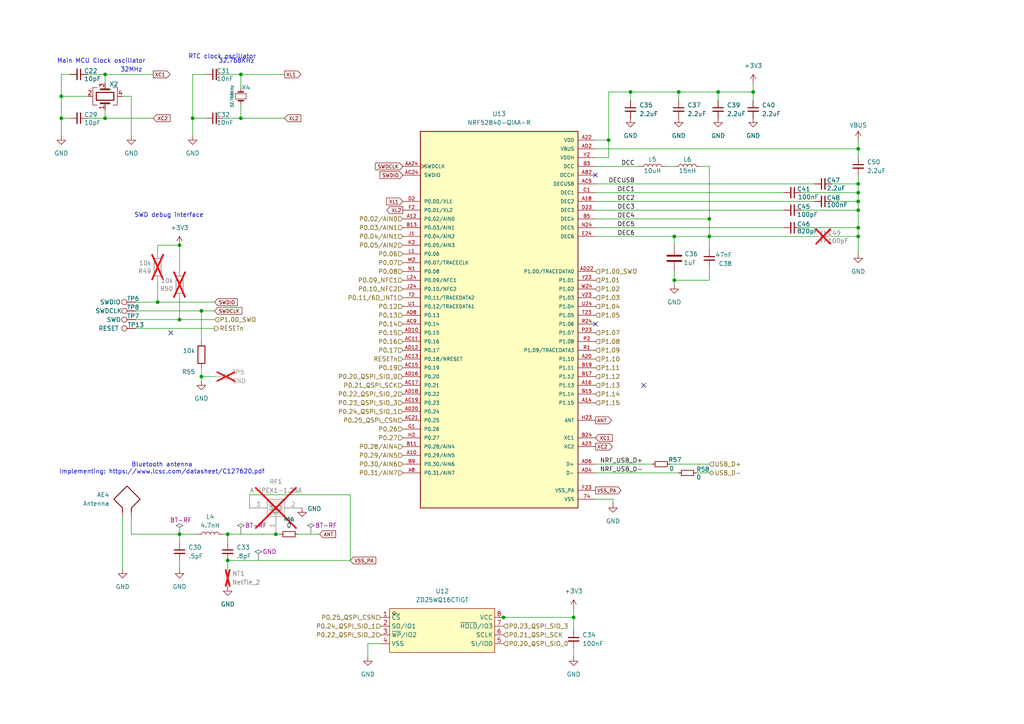
<source format=kicad_sch>
(kicad_sch (version 20250114) (generator "eeschema") (generator_version "9.0")
  (paper "A4")
  (title_block (title "Mainboard replacement for Nokia 3310") (date "29-12-2025") (rev "Rev A") (company "Mesh3310") (comment 1 "JDJ electronics"))
  (lib_symbols
    (symbol "Connector:TestPoint" (pin_numbers (hide yes)) (pin_names (offset 0.762) (hide yes))
      (property "Reference" "TP" (at 0 6.858 0))
      (property "Value" "TestPoint" (at 0 5.08 0))
      (symbol "TestPoint_0_1"
        (circle (center 0 3.302) (radius 0.762))
      )
      (symbol "TestPoint_1_1"
        (pin passive line (at 0 0 90) (length 2.54) (name "1") (number "1"))
      )
    )
    (symbol "Device:Antenna_Loop" (pin_numbers (hide yes)) (pin_names (offset 1.016) (hide yes))
      (property "Reference" "AE" (at 1.27 6.35 0))
      (property "Value" "Antenna_Loop" (at 1.27 5.08 0))
      (symbol "Antenna_Loop_0_1"
        (polyline (pts (xy 2.54 -3.81) (xy 2.54 -2.54) (xy 5.08 0) (xy 1.27 3.81) (xy -2.54 0) (xy 0 -2.54) (xy 0 -3.81)) (stroke (width 0.254)))
      )
      (symbol "Antenna_Loop_1_1"
        (pin input line (at 0 -5.08 90) (length 2.54) (name "~") (number "1"))
        (pin input line (at 2.54 -5.08 90) (length 2.54) (name "~") (number "2"))
      )
    )
    (symbol "Device:C_Small" (pin_numbers (hide yes)) (pin_names (offset 0.254) (hide yes))
      (property "Reference" "C" (at 0.254 1.778 0))
      (property "Value" "C_Small" (at 0.254 -2.032 0))
      (symbol "C_Small_0_1"
        (polyline (pts (xy -1.524 0.508) (xy 1.524 0.508)) (stroke (width 0.3048)))
        (polyline (pts (xy -1.524 -0.508) (xy 1.524 -0.508)) (stroke (width 0.3302)))
      )
      (symbol "C_Small_1_1"
        (pin passive line (at 0 2.54 270) (length 2.032) (name "~") (number "1"))
        (pin passive line (at 0 -2.54 90) (length 2.032) (name "~") (number "2"))
      )
    )
    (symbol "Device:Crystal_GND24" (pin_names (offset 1.016) (hide yes))
      (property "Reference" "Y" (at 3.175 5.08 0))
      (property "Value" "Crystal_GND24" (at 3.175 3.175 0))
      (symbol "Crystal_GND24_0_1"
        (polyline (pts (xy -2.54 2.286) (xy -2.54 3.556) (xy 2.54 3.556) (xy 2.54 2.286)))
        (polyline (pts (xy -2.54 0) (xy -2.032 0)))
        (polyline (pts (xy -2.54 -2.286) (xy -2.54 -3.556) (xy 2.54 -3.556) (xy 2.54 -2.286)))
        (polyline (pts (xy -2.032 -1.27) (xy -2.032 1.27)) (stroke (width 0.508)))
        (rectangle (start -1.143 2.54) (end 1.143 -2.54) (stroke (width 0.3048)))
        (polyline (pts (xy 0 3.556) (xy 0 3.81)))
        (polyline (pts (xy 0 -3.81) (xy 0 -3.556)))
        (polyline (pts (xy 2.032 0) (xy 2.54 0)))
        (polyline (pts (xy 2.032 -1.27) (xy 2.032 1.27)) (stroke (width 0.508)))
      )
      (symbol "Crystal_GND24_1_1"
        (pin passive line (at -3.81 0 0) (length 1.27) (name "1") (number "1"))
        (pin passive line (at 0 5.08 270) (length 1.27) (name "2") (number "2"))
        (pin passive line (at 0 -5.08 90) (length 1.27) (name "4") (number "4"))
        (pin passive line (at 3.81 0 180) (length 1.27) (name "3") (number "3"))
      )
    )
    (symbol "Device:L" (pin_numbers (hide yes)) (pin_names (offset 1.016) (hide yes))
      (property "Reference" "L" (at -1.27 0 90))
      (property "Value" "L" (at 1.905 0 90))
      (symbol "L_0_1"
        (arc (start 0 2.54) (mid 0.6323 1.905) (end 0 1.27))
        (arc (start 0 1.27) (mid 0.6323 0.635) (end 0 0))
        (arc (start 0 0) (mid 0.6323 -0.635) (end 0 -1.27))
        (arc (start 0 -1.27) (mid 0.6323 -1.905) (end 0 -2.54))
      )
      (symbol "L_1_1"
        (pin passive line (at 0 3.81 270) (length 1.27) (name "1") (number "1"))
        (pin passive line (at 0 -3.81 90) (length 1.27) (name "2") (number "2"))
      )
    )
    (symbol "Device:NetTie_2" (pin_numbers (hide yes)) (pin_names (offset 0) (hide yes)) (in_bom no)
      (property "Reference" "NT" (at 0 1.27 0))
      (property "Value" "NetTie_2" (at 0 -1.27 0))
      (symbol "NetTie_2_0_1"
        (polyline (pts (xy -1.27 0) (xy 1.27 0)) (stroke (width 0.254)))
      )
      (symbol "NetTie_2_1_1"
        (pin passive line (at -2.54 0 0) (length 2.54) (name "1") (number "1"))
        (pin passive line (at 2.54 0 180) (length 2.54) (name "2") (number "2"))
      )
    )
    (symbol "Device:R_Small" (pin_numbers (hide yes)) (pin_names (offset 0.254) (hide yes))
      (property "Reference" "R" (at 0 0 90))
      (property "Value" "R_Small" (at 1.778 0 90))
      (symbol "R_Small_0_1"
        (rectangle (start -0.762 1.778) (end 0.762 -1.778) (stroke (width 0.2032)))
      )
      (symbol "R_Small_1_1"
        (pin passive line (at 0 2.54 270) (length 0.762) (name "~") (number "1"))
        (pin passive line (at 0 -2.54 90) (length 0.762) (name "~") (number "2"))
      )
    )
    (symbol "NRF52840-QIAA-R:NRF52840-QIAA-R" (pin_names (offset 1.016))
      (property "Reference" "U" (at -22.86 53.34 0))
      (property "Value" "NRF52840-QIAA-R" (at -22.86 -58.42 0))
      (symbol "NRF52840-QIAA-R_0_0"
        (rectangle (start -22.86 -55.88) (end 22.86 53.34) (stroke (width 0.254)) (fill (type background)))
        (pin input clock (at -27.94 43.18 0) (length 5.08) (name "SWDCLK") (number "AA24"))
        (pin bidirectional line (at -27.94 40.64 0) (length 5.08) (name "SWDIO") (number "AC24"))
        (pin bidirectional line (at -27.94 33.02 0) (length 5.08) (name "P0.00/XL1") (number "D2"))
        (pin bidirectional line (at -27.94 30.48 0) (length 5.08) (name "P0.01/XL2") (number "F2"))
        (pin bidirectional line (at -27.94 27.94 0) (length 5.08) (name "P0.02/AIN0") (number "A12"))
        (pin bidirectional line (at -27.94 25.4 0) (length 5.08) (name "P0.03/AIN1") (number "B13"))
        (pin bidirectional line (at -27.94 22.86 0) (length 5.08) (name "P0.04/AIN2") (number "J1"))
        (pin bidirectional line (at -27.94 20.32 0) (length 5.08) (name "P0.05/AIN3") (number "K2"))
        (pin bidirectional line (at -27.94 17.78 0) (length 5.08) (name "P0.06") (number "L1"))
        (pin bidirectional line (at -27.94 15.24 0) (length 5.08) (name "P0.07/TRACECLK") (number "M2"))
        (pin bidirectional line (at -27.94 12.7 0) (length 5.08) (name "P0.08") (number "N1"))
        (pin bidirectional line (at -27.94 10.16 0) (length 5.08) (name "P0.09/NFC1") (number "L24"))
        (pin bidirectional line (at -27.94 7.62 0) (length 5.08) (name "P0.10/NFC2") (number "J24"))
        (pin bidirectional line (at -27.94 5.08 0) (length 5.08) (name "P0.11/TRACEDATA2") (number "T2"))
        (pin bidirectional line (at -27.94 2.54 0) (length 5.08) (name "P0.12/TRACEDATA1") (number "U1"))
        (pin bidirectional line (at -27.94 0 0) (length 5.08) (name "P0.13") (number "AD8"))
        (pin bidirectional line (at -27.94 -2.54 0) (length 5.08) (name "P0.14") (number "AC9"))
        (pin bidirectional line (at -27.94 -5.08 0) (length 5.08) (name "P0.15") (number "AD10"))
        (pin bidirectional line (at -27.94 -7.62 0) (length 5.08) (name "P0.16") (number "AC11"))
        (pin bidirectional line (at -27.94 -10.16 0) (length 5.08) (name "P0.17") (number "AD12"))
        (pin bidirectional line (at -27.94 -12.7 0) (length 5.08) (name "P0.18/NRESET") (number "AC13"))
        (pin bidirectional line (at -27.94 -15.24 0) (length 5.08) (name "P0.19") (number "AC15"))
        (pin bidirectional line (at -27.94 -17.78 0) (length 5.08) (name "P0.20") (number "AD16"))
        (pin bidirectional line (at -27.94 -20.32 0) (length 5.08) (name "P0.21") (number "AC17"))
        (pin bidirectional line (at -27.94 -22.86 0) (length 5.08) (name "P0.22") (number "AD18"))
        (pin bidirectional line (at -27.94 -25.4 0) (length 5.08) (name "P0.23") (number "AC19"))
        (pin bidirectional line (at -27.94 -27.94 0) (length 5.08) (name "P0.24") (number "AD20"))
        (pin bidirectional line (at -27.94 -30.48 0) (length 5.08) (name "P0.25") (number "AC21"))
        (pin bidirectional line (at -27.94 -33.02 0) (length 5.08) (name "P0.26") (number "G1"))
        (pin bidirectional line (at -27.94 -35.56 0) (length 5.08) (name "P0.27") (number "H2"))
        (pin bidirectional line (at -27.94 -38.1 0) (length 5.08) (name "P0.28/AIN4") (number "B11"))
        (pin bidirectional line (at -27.94 -40.64 0) (length 5.08) (name "P0.29/AIN5") (number "A10"))
        (pin bidirectional line (at -27.94 -43.18 0) (length 5.08) (name "P0.30/AIN6") (number "B9"))
        (pin bidirectional line (at -27.94 -45.72 0) (length 5.08) (name "P0.31/AIN7") (number "A8"))
        (pin power_in line (at 27.94 50.8 180) (length 5.08) (name "VDD") (number "A22"))
        (pin power_in line (at 27.94 50.8 180) (length 5.08) (hide yes) (name "VDD") (number "AD14"))
        (pin power_in line (at 27.94 50.8 180) (length 5.08) (hide yes) (name "VDD") (number "AD23"))
        (pin power_in line (at 27.94 50.8 180) (length 5.08) (hide yes) (name "VDD") (number "B1"))
        (pin power_in line (at 27.94 50.8 180) (length 5.08) (hide yes) (name "VDD") (number "W1"))
        (pin power_in line (at 27.94 48.26 180) (length 5.08) (name "VBUS") (number "AD2"))
        (pin power_in line (at 27.94 45.72 180) (length 5.08) (name "VDDH") (number "Y2"))
        (pin power_in line (at 27.94 43.18 180) (length 5.08) (name "DCC") (number "B3"))
        (pin power_in line (at 27.94 40.64 180) (length 5.08) (name "DCCH") (number "AB2"))
        (pin power_in line (at 27.94 38.1 180) (length 5.08) (name "DECUSB") (number "AC5"))
        (pin power_in line (at 27.94 35.56 180) (length 5.08) (name "DEC1") (number "C1"))
        (pin power_in line (at 27.94 33.02 180) (length 5.08) (name "DEC2") (number "A18"))
        (pin power_in line (at 27.94 30.48 180) (length 5.08) (name "DEC3") (number "D23"))
        (pin power_in line (at 27.94 27.94 180) (length 5.08) (name "DEC4") (number "B5"))
        (pin power_in line (at 27.94 25.4 180) (length 5.08) (name "DEC5") (number "N24"))
        (pin power_in line (at 27.94 22.86 180) (length 5.08) (name "DEC6") (number "E24"))
        (pin bidirectional line (at 27.94 12.7 180) (length 5.08) (name "P1.00/TRACEDATA0") (number "AD22"))
        (pin bidirectional line (at 27.94 10.16 180) (length 5.08) (name "P1.01") (number "Y23"))
        (pin bidirectional line (at 27.94 7.62 180) (length 5.08) (name "P1.02") (number "W24"))
        (pin bidirectional line (at 27.94 5.08 180) (length 5.08) (name "P1.03") (number "V23"))
        (pin bidirectional line (at 27.94 2.54 180) (length 5.08) (name "P1.04") (number "U24"))
        (pin bidirectional line (at 27.94 0 180) (length 5.08) (name "P1.05") (number "T23"))
        (pin bidirectional line (at 27.94 -2.54 180) (length 5.08) (name "P1.06") (number "R24"))
        (pin bidirectional line (at 27.94 -5.08 180) (length 5.08) (name "P1.07") (number "P23"))
        (pin bidirectional line (at 27.94 -7.62 180) (length 5.08) (name "P1.08") (number "P2"))
        (pin bidirectional line (at 27.94 -10.16 180) (length 5.08) (name "P1.09/TRACEDATA3") (number "R1"))
        (pin bidirectional line (at 27.94 -12.7 180) (length 5.08) (name "P1.10") (number "A20"))
        (pin bidirectional line (at 27.94 -15.24 180) (length 5.08) (name "P1.11") (number "B19"))
        (pin bidirectional line (at 27.94 -17.78 180) (length 5.08) (name "P1.12") (number "B17"))
        (pin bidirectional line (at 27.94 -20.32 180) (length 5.08) (name "P1.13") (number "A16"))
        (pin bidirectional line (at 27.94 -22.86 180) (length 5.08) (name "P1.14") (number "B15"))
        (pin bidirectional line (at 27.94 -25.4 180) (length 5.08) (name "P1.15") (number "A14"))
        (pin passive line (at 27.94 -30.48 180) (length 5.08) (name "ANT") (number "H23"))
        (pin input line (at 27.94 -35.56 180) (length 5.08) (name "XC1") (number "B24"))
        (pin input line (at 27.94 -38.1 180) (length 5.08) (name "XC2") (number "A23"))
        (pin bidirectional line (at 27.94 -43.18 180) (length 5.08) (name "D+") (number "AD6"))
        (pin bidirectional line (at 27.94 -45.72 180) (length 5.08) (name "D-") (number "AD4"))
        (pin power_in line (at 27.94 -50.8 180) (length 5.08) (name "VSS_PA") (number "F23"))
        (pin power_in line (at 27.94 -53.34 180) (length 5.08) (name "VSS") (number "74"))
        (pin power_in line (at 27.94 -53.34 180) (length 5.08) (hide yes) (name "VSS") (number "B7"))
      )
    )
    (symbol "lcsc:A-IPEX1-1.25A"
      (property "Reference" "RF" (at 0 10.16 0))
      (property "Value" "A-IPEX1-1.25A" (at 0 -7.62 0))
      (symbol "A-IPEX1-1.25A_0_1"
        (rectangle (start -2.54 0) (end 2.54 -5.08) (fill (type background)))
        (polyline (pts (xy 0 -2.03) (xy 0 0)))
        (circle (center 0 -2.54) (radius 0.51))
        (pin unspecified line (at -7.62 -2.54 0) (length 5.08) (name "2") (number "2"))
        (pin unspecified line (at 0 5.08 270) (length 5.08) (name "1") (number "1"))
        (pin unspecified line (at 7.62 -2.54 180) (length 5.08) (name "3") (number "3"))
      )
    )
    (symbol "lcsc:ZD25WQ16CTIGT"
      (property "Reference" "U" (at 0 8.89 0))
      (property "Value" "ZD25WQ16CTIGT" (at 0 -8.89 0))
      (symbol "ZD25WQ16CTIGT_0_1"
        (rectangle (start -15.24 6.35) (end 15.24 -6.35) (fill (type background)))
        (circle (center -13.97 5.08) (radius 0.38))
        (pin unspecified line (at -17.78 3.81 0) (length 2.54) (name "~{CS}") (number "1"))
        (pin unspecified line (at -17.78 1.27 0) (length 2.54) (name "SO/IO1") (number "2"))
        (pin unspecified line (at -17.78 -1.27 0) (length 2.54) (name "~{WP}/IO2") (number "3"))
        (pin unspecified line (at -17.78 -3.81 0) (length 2.54) (name "VSS") (number "4"))
        (pin unspecified line (at 17.78 3.81 180) (length 2.54) (name "VCC") (number "8"))
        (pin unspecified line (at 17.78 1.27 180) (length 2.54) (name "~{HOLD}/IO3") (number "7"))
        (pin unspecified line (at 17.78 -1.27 180) (length 2.54) (name "SCLK") (number "6"))
        (pin unspecified line (at 17.78 -3.81 180) (length 2.54) (name "SI/IO0") (number "5"))
      )
    )
    (symbol "power:+3V3" (power) (pin_numbers (hide yes)) (pin_names (offset 0) (hide yes))
      (property "Value" "+3V3" (at 0 3.556 0))
      (symbol "+3V3_0_1"
        (polyline (pts (xy -0.762 1.27) (xy 0 2.54)))
        (polyline (pts (xy 0 2.54) (xy 0.762 1.27)))
        (polyline (pts (xy 0 0) (xy 0 2.54)))
      )
      (symbol "+3V3_1_1"
        (pin power_in line (at 0 0 90) (length 0) (name "~") (number "1"))
      )
    )
    (symbol "power:GND" (power) (pin_numbers (hide yes)) (pin_names (offset 0) (hide yes))
      (property "Value" "GND" (at 0 -3.81 0))
      (symbol "GND_0_1"
        (polyline (pts (xy 0 0) (xy 0 -1.27) (xy 1.27 -1.27) (xy 0 -2.54) (xy -1.27 -1.27) (xy 0 -1.27)))
      )
      (symbol "GND_1_1"
        (pin power_in line (at 0 0 270) (length 0) (name "~") (number "1"))
      )
    )
    (symbol "power:VBUS" (power) (pin_numbers (hide yes)) (pin_names (offset 0) (hide yes))
      (property "Value" "VBUS" (at 0 3.556 0))
      (symbol "VBUS_0_1"
        (polyline (pts (xy -0.762 1.27) (xy 0 2.54)))
        (polyline (pts (xy 0 2.54) (xy 0.762 1.27)))
        (polyline (pts (xy 0 0) (xy 0 2.54)))
      )
      (symbol "VBUS_1_1"
        (pin power_in line (at 0 0 90) (length 0) (name "~") (number "1"))
      )
    )
    (symbol "symbols:C" (pin_numbers (hide yes)) (pin_names (offset 0.254))
      (property "Reference" "C" (at 0.635 2.54 0))
      (property "Value" "C" (at 0.635 -2.54 0))
      (symbol "C_0_1"
        (polyline (pts (xy -2.032 0.762) (xy 2.032 0.762)) (stroke (width 0.508)))
        (polyline (pts (xy -2.032 -0.762) (xy 2.032 -0.762)) (stroke (width 0.508)))
      )
      (symbol "C_1_1"
        (pin passive line (at 0 3.81 270) (length 2.794) (name "~") (number "1"))
        (pin passive line (at 0 -3.81 90) (length 2.794) (name "~") (number "2"))
      )
    )
    (symbol "symbols:Crystal_Small" (pin_numbers (hide yes)) (pin_names (offset 1.016) (hide yes))
      (property "Reference" "Y" (at 0 2.54 0))
      (property "Value" "Crystal_Small" (at 0 -2.54 0))
      (symbol "Crystal_Small_0_1"
        (polyline (pts (xy -1.27 -0.762) (xy -1.27 0.762)) (stroke (width 0.381)))
        (rectangle (start -0.762 -1.524) (end 0.762 1.524))
        (polyline (pts (xy 1.27 -0.762) (xy 1.27 0.762)) (stroke (width 0.381)))
      )
      (symbol "Crystal_Small_1_1"
        (pin passive line (at -2.54 0 0) (length 1.27) (name "1") (number "1"))
        (pin passive line (at 2.54 0 180) (length 1.27) (name "2") (number "2"))
      )
    )
    (symbol "symbols:R" (pin_numbers (hide yes)) (pin_names (offset 0))
      (property "Reference" "R" (at 2.032 0 90))
      (property "Value" "R" (at 0 0 90))
      (symbol "R_0_1"
        (rectangle (start -1.016 -2.54) (end 1.016 2.54) (stroke (width 0.254)))
      )
      (symbol "R_1_1"
        (pin passive line (at 0 3.81 270) (length 1.27) (name "~") (number "1"))
        (pin passive line (at 0 -3.81 90) (length 1.27) (name "~") (number "2"))
      )
    )
  )
  (text "Bluetooth antenna\nImplementing: https://www.lcsc.com/datasheet/C127620.pdf" (at 46.99 135.89 0) (effects (font (size 1.27 1.27))))
  (text "Main MCU Clock oscillator" (at 16.51 17.78 0) (effects (font (size 1.27 1.27)) (justify left)))
  (text "32MHz" (at 38.1 20.32 0) (effects (font (size 1.27 1.27))))
  (text "SWD debug interface" (at 49.022 62.484 0) (effects (font (size 1.27 1.27))))
  (text "RTC clock oscillator" (at 54.61 16.51 0) (effects (font (size 1.27 1.27)) (justify left)))
  (text "32.768KHz" (at 68.58 17.78 0) (effects (font (size 1.27 1.27))))
  (junction (at 248.92 66.04))
  (junction (at 52.07 71.12))
  (junction (at 248.92 60.96))
  (junction (at 45.72 87.63))
  (junction (at 66.04 162.56))
  (junction (at 248.92 53.34))
  (junction (at 58.42 109.22))
  (junction (at 205.74 63.5))
  (junction (at 182.88 26.67))
  (junction (at 248.92 43.18))
  (junction (at 248.92 55.88))
  (junction (at 205.74 68.58))
  (junction (at 176.53 40.64))
  (junction (at 52.07 92.71))
  (junction (at 195.58 68.58))
  (junction (at 218.44 26.67))
  (junction (at 196.85 26.67))
  (junction (at 146.05 179.07))
  (junction (at 248.92 58.42))
  (junction (at 58.42 90.17))
  (junction (at 66.04 154.94))
  (junction (at 195.58 81.28))
  (junction (at 69.85 21.59))
  (junction (at 69.85 34.29))
  (junction (at 248.92 68.58))
  (junction (at 30.48 34.29))
  (junction (at 55.88 34.29))
  (junction (at 52.07 154.94))
  (junction (at 166.37 179.07))
  (junction (at 80.01 154.94))
  (junction (at 17.78 34.29))
  (junction (at 17.78 27.94))
  (junction (at 30.48 21.59))
  (junction (at 208.28 26.67))
  (no_connect (at 49.53 96.52))
  (no_connect (at 172.72 93.98))
  (no_connect (at 172.72 50.8))
  (no_connect (at 186.69 111.76))
  (wire (pts (xy 101.6 143.51) (xy 101.6 162.56)))
  (wire (pts (xy 248.92 40.64) (xy 248.92 43.18)))
  (wire (pts (xy 45.72 71.12) (xy 52.07 71.12)))
  (wire (pts (xy 66.04 154.94) (xy 80.01 154.94)))
  (wire (pts (xy 35.56 27.94) (xy 38.1 27.94)))
  (wire (pts (xy 172.72 40.64) (xy 176.53 40.64)))
  (wire (pts (xy 64.77 154.94) (xy 66.04 154.94)))
  (wire (pts (xy 194.31 134.62) (xy 205.74 134.62)))
  (wire (pts (xy 248.92 50.8) (xy 248.92 53.34)))
  (wire (pts (xy 55.88 34.29) (xy 55.88 39.37)))
  (wire (pts (xy 30.48 24.13) (xy 30.48 21.59)))
  (wire (pts (xy 66.04 162.56) (xy 101.6 162.56)))
  (wire (pts (xy 38.1 149.86) (xy 38.1 154.94)))
  (wire (pts (xy 241.3 58.42) (xy 248.92 58.42)))
  (wire (pts (xy 52.07 154.94) (xy 57.15 154.94)))
  (wire (pts (xy 72.39 143.51) (xy 72.39 147.32)))
  (wire (pts (xy 172.72 58.42) (xy 236.22 58.42)))
  (wire (pts (xy 218.44 26.67) (xy 208.28 26.67)))
  (wire (pts (xy 218.44 29.21) (xy 218.44 26.67)))
  (wire (pts (xy 62.23 87.63) (xy 45.72 87.63)))
  (wire (pts (xy 177.8 144.78) (xy 177.8 146.05)))
  (wire (pts (xy 80.01 154.94) (xy 81.28 154.94)))
  (wire (pts (xy 64.77 34.29) (xy 69.85 34.29)))
  (wire (pts (xy 66.04 162.56) (xy 66.04 165.1)))
  (wire (pts (xy 17.78 21.59) (xy 17.78 27.94)))
  (wire (pts (xy 106.68 186.69) (xy 110.49 186.69)))
  (wire (pts (xy 166.37 176.53) (xy 166.37 179.07)))
  (wire (pts (xy 201.93 137.16) (xy 205.74 137.16)))
  (wire (pts (xy 52.07 154.94) (xy 52.07 157.48)))
  (wire (pts (xy 232.41 66.04) (xy 248.92 66.04)))
  (wire (pts (xy 172.72 43.18) (xy 248.92 43.18)))
  (wire (pts (xy 62.23 109.22) (xy 58.42 109.22)))
  (wire (pts (xy 66.04 154.94) (xy 66.04 157.48)))
  (wire (pts (xy 58.42 90.17) (xy 62.23 90.17)))
  (wire (pts (xy 205.74 48.26) (xy 205.74 63.5)))
  (wire (pts (xy 196.85 26.67) (xy 182.88 26.67)))
  (wire (pts (xy 232.41 60.96) (xy 248.92 60.96)))
  (wire (pts (xy 172.72 66.04) (xy 227.33 66.04)))
  (wire (pts (xy 52.07 92.71) (xy 62.23 92.71)))
  (wire (pts (xy 176.53 26.67) (xy 182.88 26.67)))
  (wire (pts (xy 208.28 26.67) (xy 196.85 26.67)))
  (wire (pts (xy 38.1 27.94) (xy 38.1 39.37)))
  (wire (pts (xy 172.72 60.96) (xy 227.33 60.96)))
  (wire (pts (xy 172.72 137.16) (xy 196.85 137.16)))
  (wire (pts (xy 45.72 71.12) (xy 45.72 73.66)))
  (wire (pts (xy 17.78 34.29) (xy 17.78 39.37)))
  (wire (pts (xy 144.78 179.07) (xy 146.05 179.07)))
  (wire (pts (xy 248.92 45.72) (xy 248.92 43.18)))
  (wire (pts (xy 52.07 71.12) (xy 52.07 78.74)))
  (wire (pts (xy 30.48 34.29) (xy 44.45 34.29)))
  (wire (pts (xy 39.37 90.17) (xy 58.42 90.17)))
  (wire (pts (xy 58.42 106.68) (xy 58.42 109.22)))
  (wire (pts (xy 205.74 77.47) (xy 205.74 81.28)))
  (wire (pts (xy 86.36 154.94) (xy 92.71 154.94)))
  (wire (pts (xy 17.78 27.94) (xy 17.78 34.29)))
  (wire (pts (xy 25.4 27.94) (xy 17.78 27.94)))
  (wire (pts (xy 55.88 21.59) (xy 55.88 34.29)))
  (wire (pts (xy 205.74 68.58) (xy 205.74 72.39)))
  (wire (pts (xy 69.85 30.48) (xy 69.85 34.29)))
  (wire (pts (xy 172.72 45.72) (xy 176.53 45.72)))
  (wire (pts (xy 64.77 21.59) (xy 69.85 21.59)))
  (wire (pts (xy 205.74 63.5) (xy 205.74 68.58)))
  (wire (pts (xy 55.88 34.29) (xy 59.69 34.29)))
  (wire (pts (xy 218.44 24.13) (xy 218.44 26.67)))
  (wire (pts (xy 248.92 68.58) (xy 248.92 73.66)))
  (wire (pts (xy 45.72 81.28) (xy 45.72 87.63)))
  (wire (pts (xy 38.1 154.94) (xy 52.07 154.94)))
  (wire (pts (xy 166.37 187.96) (xy 166.37 190.5)))
  (wire (pts (xy 248.92 53.34) (xy 248.92 55.88)))
  (wire (pts (xy 172.72 68.58) (xy 195.58 68.58)))
  (wire (pts (xy 182.88 29.21) (xy 182.88 26.67)))
  (wire (pts (xy 172.72 144.78) (xy 177.8 144.78)))
  (wire (pts (xy 195.58 71.12) (xy 195.58 68.58)))
  (wire (pts (xy 195.58 82.55) (xy 195.58 81.28)))
  (wire (pts (xy 30.48 31.75) (xy 30.48 34.29)))
  (wire (pts (xy 20.32 21.59) (xy 17.78 21.59)))
  (wire (pts (xy 52.07 86.36) (xy 52.07 92.71)))
  (wire (pts (xy 106.68 186.69) (xy 106.68 190.5)))
  (wire (pts (xy 58.42 90.17) (xy 58.42 99.06)))
  (wire (pts (xy 52.07 162.56) (xy 52.07 165.1)))
  (wire (pts (xy 195.58 81.28) (xy 195.58 78.74)))
  (wire (pts (xy 172.72 48.26) (xy 185.42 48.26)))
  (wire (pts (xy 30.48 21.59) (xy 44.45 21.59)))
  (wire (pts (xy 69.85 21.59) (xy 69.85 25.4)))
  (wire (pts (xy 17.78 34.29) (xy 20.32 34.29)))
  (wire (pts (xy 196.85 29.21) (xy 196.85 26.67)))
  (wire (pts (xy 241.3 68.58) (xy 248.92 68.58)))
  (wire (pts (xy 69.85 34.29) (xy 82.55 34.29)))
  (wire (pts (xy 146.05 179.07) (xy 166.37 179.07)))
  (wire (pts (xy 45.72 87.63) (xy 39.37 87.63)))
  (wire (pts (xy 58.42 110.49) (xy 58.42 109.22)))
  (wire (pts (xy 25.4 21.59) (xy 30.48 21.59)))
  (wire (pts (xy 72.39 143.51) (xy 101.6 143.51)))
  (wire (pts (xy 195.58 81.28) (xy 205.74 81.28)))
  (wire (pts (xy 35.56 149.86) (xy 35.56 165.1)))
  (wire (pts (xy 232.41 55.88) (xy 248.92 55.88)))
  (wire (pts (xy 172.72 55.88) (xy 227.33 55.88)))
  (wire (pts (xy 241.3 53.34) (xy 248.92 53.34)))
  (wire (pts (xy 39.37 95.25) (xy 62.23 95.25)))
  (wire (pts (xy 172.72 134.62) (xy 189.23 134.62)))
  (wire (pts (xy 166.37 179.07) (xy 166.37 182.88)))
  (wire (pts (xy 248.92 66.04) (xy 248.92 68.58)))
  (wire (pts (xy 176.53 26.67) (xy 176.53 40.64)))
  (wire (pts (xy 25.4 34.29) (xy 30.48 34.29)))
  (wire (pts (xy 208.28 29.21) (xy 208.28 26.67)))
  (wire (pts (xy 248.92 60.96) (xy 248.92 66.04)))
  (wire (pts (xy 176.53 40.64) (xy 176.53 45.72)))
  (wire (pts (xy 205.74 68.58) (xy 236.22 68.58)))
  (wire (pts (xy 248.92 58.42) (xy 248.92 60.96)))
  (wire (pts (xy 52.07 92.71) (xy 39.37 92.71)))
  (wire (pts (xy 172.72 53.34) (xy 236.22 53.34)))
  (wire (pts (xy 195.58 68.58) (xy 205.74 68.58)))
  (wire (pts (xy 203.2 48.26) (xy 205.74 48.26)))
  (wire (pts (xy 69.85 21.59) (xy 82.55 21.59)))
  (wire (pts (xy 248.92 55.88) (xy 248.92 58.42)))
  (wire (pts (xy 193.04 48.26) (xy 195.58 48.26)))
  (wire (pts (xy 172.72 63.5) (xy 205.74 63.5)))
  (wire (pts (xy 55.88 21.59) (xy 59.69 21.59)))
  (label "NRF_USB_D+" (at 173.99 134.62 0))
  (label "DCC" (at 184.15 48.26 180))
  (label "DEC3" (at 184.15 60.96 180))
  (label "NRF_USB_D-" (at 173.99 137.16 0))
  (label "DECUSB" (at 184.15 53.34 180))
  (label "DEC2" (at 184.15 58.42 180))
  (label "DEC5" (at 184.15 66.04 180))
  (label "DEC6" (at 184.15 68.58 180))
  (label "DEC4" (at 184.15 63.5 180))
  (label "DEC1" (at 184.15 55.88 180))
  (global_label "XC1" (shape output) (at 44.45 21.59 0) (effects (font (size 1.016 1.016))) (property "Intersheetrefs" "${INTERSHEET_REFS}" (effects (hide yes))))
  (global_label "XC1" (shape input) (at 172.72 127 0) (effects (font (size 1.016 1.016))) (property "Intersheetrefs" "${INTERSHEET_REFS}" (effects (hide yes))))
  (global_label "SWDCLK" (shape input) (at 62.23 90.17 0) (effects (font (size 1.016 1.016))) (property "Intersheetrefs" "${INTERSHEET_REFS}" (effects (hide yes))))
  (global_label "SWDIO" (shape input) (at 116.84 50.8 180) (effects (font (size 1.016 1.016))) (property "Intersheetrefs" "${INTERSHEET_REFS}" (effects (hide yes))))
  (global_label "XL1" (shape output) (at 82.55 21.59 0) (effects (font (size 1.016 1.016))) (property "Intersheetrefs" "${INTERSHEET_REFS}" (effects (hide yes))))
  (global_label "XC2" (shape output) (at 172.72 129.54 0) (effects (font (size 1.016 1.016))) (property "Intersheetrefs" "${INTERSHEET_REFS}" (effects (hide yes))))
  (global_label "SWDCLK" (shape input) (at 116.84 48.26 180) (effects (font (size 1.016 1.016))) (property "Intersheetrefs" "${INTERSHEET_REFS}" (effects (hide yes))))
  (global_label "XC2" (shape input) (at 44.45 34.29 0) (effects (font (size 1.016 1.016))) (property "Intersheetrefs" "${INTERSHEET_REFS}" (effects (hide yes))))
  (global_label "VSS_PA" (shape output) (at 172.72 142.24 0) (effects (font (size 1.016 1.016))) (property "Intersheetrefs" "${INTERSHEET_REFS}" (effects (hide yes))))
  (global_label "VSS_PA" (shape input) (at 101.6 162.56 0) (effects (font (size 1.016 1.016))) (property "Intersheetrefs" "${INTERSHEET_REFS}" (effects (hide yes))))
  (global_label "XL1" (shape input) (at 116.84 58.42 180) (effects (font (size 1.016 1.016))) (property "Intersheetrefs" "${INTERSHEET_REFS}" (effects (hide yes))))
  (global_label "XL2" (shape output) (at 116.84 60.96 180) (effects (font (size 1.016 1.016))) (property "Intersheetrefs" "${INTERSHEET_REFS}" (effects (hide yes))))
  (global_label "ANT" (shape output) (at 172.72 121.92 0) (effects (font (size 1.016 1.016))) (property "Intersheetrefs" "${INTERSHEET_REFS}" (effects (hide yes))))
  (global_label "XL2" (shape input) (at 82.55 34.29 0) (effects (font (size 1.016 1.016))) (property "Intersheetrefs" "${INTERSHEET_REFS}" (effects (hide yes))))
  (global_label "ANT" (shape input) (at 92.71 154.94 0) (effects (font (size 1.016 1.016))) (property "Intersheetrefs" "${INTERSHEET_REFS}" (effects (hide yes))))
  (global_label "SWDIO" (shape input) (at 62.23 87.63 0) (effects (font (size 1.016 1.016))) (property "Intersheetrefs" "${INTERSHEET_REFS}" (effects (hide yes))))
  (hierarchical_label "P1.07" (shape input) (at 172.72 96.52 0))
  (hierarchical_label "P0.23_QSPI_SIO_3" (shape input) (at 146.05 181.61 0))
  (hierarchical_label "P0.20_QSPI_SIO_0" (shape input) (at 146.05 186.69 0))
  (hierarchical_label "P0.13" (shape input) (at 116.84 91.44 180))
  (hierarchical_label "P0.17" (shape input) (at 116.84 101.6 180))
  (hierarchical_label "P1.00_SWO" (shape input) (at 62.23 92.71 0))
  (hierarchical_label "P0.24_QSPI_SIO_1" (shape input) (at 116.84 119.38 180))
  (hierarchical_label "P1.02" (shape input) (at 172.72 83.82 0))
  (hierarchical_label "P1.01" (shape input) (at 172.72 81.28 0))
  (hierarchical_label "P0.16" (shape input) (at 116.84 99.06 180))
  (hierarchical_label "P0.22_QSPI_SIO_2" (shape input) (at 116.84 114.3 180))
  (hierarchical_label "P0.25_QSPI_CSN" (shape input) (at 116.84 121.92 180))
  (hierarchical_label "P0.07" (shape input) (at 116.84 76.2 180))
  (hierarchical_label "P0.12" (shape input) (at 116.84 88.9 180))
  (hierarchical_label "RESETn" (shape output) (at 62.23 95.25 0))
  (hierarchical_label "P0.06" (shape input) (at 116.84 73.66 180))
  (hierarchical_label "P1.10" (shape input) (at 172.72 104.14 0))
  (hierarchical_label "P0.09_NFC1" (shape input) (at 116.84 81.28 180))
  (hierarchical_label "P0.14" (shape input) (at 116.84 93.98 180))
  (hierarchical_label "P0.26" (shape input) (at 116.84 124.46 180))
  (hierarchical_label "P1.12" (shape input) (at 172.72 109.22 0))
  (hierarchical_label "P0.21_QSPI_SCK" (shape input) (at 116.84 111.76 180))
  (hierarchical_label "P0.21_QSPI_SCK" (shape input) (at 146.05 184.15 0))
  (hierarchical_label "P0.05{slash}AIN2" (shape input) (at 116.84 71.12 180))
  (hierarchical_label "USB_D-" (shape bidirectional) (at 205.74 137.16 0))
  (hierarchical_label "P1.05" (shape input) (at 172.72 91.44 0))
  (hierarchical_label "P0.25_QSPI_CSN" (shape input) (at 110.49 179.07 180))
  (hierarchical_label "P1.08" (shape input) (at 172.72 99.06 0))
  (hierarchical_label "P1.04" (shape input) (at 172.72 88.9 0))
  (hierarchical_label "P0.04{slash}AIN1" (shape input) (at 116.84 68.58 180))
  (hierarchical_label "P1.15" (shape input) (at 172.72 116.84 0))
  (hierarchical_label "P0.23_QSPI_SIO_3" (shape input) (at 116.84 116.84 180))
  (hierarchical_label "P0.22_QSPI_SIO_2" (shape input) (at 110.49 184.15 180))
  (hierarchical_label "P0.29{slash}AIN5" (shape input) (at 116.84 132.08 180))
  (hierarchical_label "USB_D+" (shape input) (at 205.74 134.62 0))
  (hierarchical_label "P1.14" (shape input) (at 172.72 114.3 0))
  (hierarchical_label "P0.27" (shape input) (at 116.84 127 180))
  (hierarchical_label "P0.15" (shape input) (at 116.84 96.52 180))
  (hierarchical_label "P0.24_QSPI_SIO_1" (shape input) (at 110.49 181.61 180))
  (hierarchical_label "P0.08" (shape input) (at 116.84 78.74 180))
  (hierarchical_label "P0.19" (shape input) (at 116.84 106.68 180))
  (hierarchical_label "P0.30{slash}AIN6" (shape input) (at 116.84 134.62 180))
  (hierarchical_label "P0.28{slash}AIN4" (shape input) (at 116.84 129.54 180))
  (hierarchical_label "P1.11" (shape input) (at 172.72 106.68 0))
  (hierarchical_label "P1.00_SWO" (shape input) (at 172.72 78.74 0))
  (hierarchical_label "P0.31{slash}AIN7" (shape input) (at 116.84 137.16 180))
  (hierarchical_label "P0.11{slash}6D_INT1" (shape input) (at 116.84 86.36 180))
  (hierarchical_label "P1.03" (shape input) (at 172.72 86.36 0))
  (hierarchical_label "P0.10_NFC2" (shape input) (at 116.84 83.82 180))
  (hierarchical_label "P1.09" (shape input) (at 172.72 101.6 0))
  (hierarchical_label "P0.03{slash}AIN1" (shape input) (at 116.84 66.04 180))
  (hierarchical_label "RESETn" (shape input) (at 116.84 104.14 180))
  (hierarchical_label "P0.20_QSPI_SIO_0" (shape input) (at 116.84 109.22 180))
  (hierarchical_label "P1.13" (shape input) (at 172.72 111.76 0))
  (hierarchical_label "P0.02{slash}AIN0" (shape input) (at 116.84 63.5 180))
  (netclass_flag "" (length 2.54) (shape diamond) (at 52.07 154.94 0) (property "Netclass" "BT-RF" (at 49.276 150.876 0) (effects (justify left))))
  (netclass_flag "" (length 2.54) (shape diamond) (at 74.93 162.56 0) (property "Netclass" "GND" (at 76.1365 160.02 0) (effects (justify left))))
  (netclass_flag "" (length 2.54) (shape diamond) (at 90.17 154.94 0) (property "Netclass" "BT-RF" (at 91.3765 152.4 0) (effects (justify left))))
  (netclass_flag "" (length 2.54) (shape diamond) (at 69.85 154.94 0) (property "Netclass" "BT-RF" (at 71.0565 152.4 0) (effects (justify left))))
  (symbol (lib_id "power:GND") (at 87.63 147.32 0) (unit 1)
    (property "Reference" "#PWR085" (effects (hide yes)))
    (property "Value" "GND" (at 91.186 147.574 0))
    (property "Description" "Power symbol creates a global label with name \"GND\" , ground" (effects (hide yes)))
  )
  (symbol (lib_id "power:GND") (at 177.8 146.05 0) (unit 1)
    (property "Reference" "#PWR089" (effects (hide yes)))
    (property "Value" "GND" (at 177.8 151.13 0))
    (property "Description" "Power symbol creates a global label with name \"GND\" , ground" (effects (hide yes)))
  )
  (symbol (lib_id "power:GND") (at 55.88 39.37 0) (unit 1)
    (property "Reference" "#PWR082" (effects (hide yes)))
    (property "Value" "GND" (at 55.88 44.45 0))
    (property "Description" "Power symbol creates a global label with name \"GND\" , ground" (effects (hide yes)))
  )
  (symbol (lib_id "Device:Antenna_Loop") (at 38.1 144.78 0) (mirror y) (unit 1) (in_bom no)
    (property "Reference" "AE4" (at 31.75 143.5099 0) (effects (justify left)))
    (property "Value" "Antenna" (at 31.75 146.0499 0) (effects (justify left)))
    (property "Footprint" "RF_Antenna:Texas_SWRA117D_2.4GHz_Right" (effects (hide yes)))
    (property "Description" "Loop antenna" (effects (hide yes)))
  )
  (symbol (lib_id "Device:C_Small") (at 218.44 31.75 0) (unit 1)
    (property "Reference" "C40" (at 220.98 30.4862 0) (effects (justify left)))
    (property "Value" "2.2uF" (at 220.98 33.0262 0) (effects (justify left)))
    (property "Footprint" "Capacitor_SMD:C_0402_1005Metric" (effects (hide yes)))
    (property "Datasheet" "https://jlcpcb.com/partdetail/13164-CL05A225MQ5NSNC/C12530" (effects (hide yes)))
    (property "Description" "Unpolarized capacitor, small symbol" (effects (hide yes)))
    (property "LCSC" "C12530" (effects (hide yes)))
  )
  (symbol (lib_id "Device:C_Small") (at 52.07 160.02 0) (unit 1)
    (property "Reference" "C30" (at 54.61 158.7562 0) (effects (justify left)))
    (property "Value" ".5pF" (at 54.61 161.2962 0) (effects (justify left)))
    (property "Footprint" "Capacitor_SMD:C_0402_1005Metric" (effects (hide yes)))
    (property "Datasheet" "https://jlcpcb.com/partdetail/1896-0402CG0R5C500NT/C1544" (effects (hide yes)))
    (property "Description" "Unpolarized capacitor, small symbol" (effects (hide yes)))
    (property "LCSC" "C1544" (effects (hide yes)))
  )
  (symbol (lib_id "Device:C_Small") (at 196.85 31.75 0) (unit 1)
    (property "Reference" "C37" (at 199.39 30.4862 0) (effects (justify left)))
    (property "Value" "2.2uF" (at 199.39 33.0262 0) (effects (justify left)))
    (property "Footprint" "Capacitor_SMD:C_0402_1005Metric" (effects (hide yes)))
    (property "Datasheet" "https://jlcpcb.com/partdetail/13164-CL05A225MQ5NSNC/C12530" (effects (hide yes)))
    (property "Description" "Unpolarized capacitor, small symbol" (effects (hide yes)))
    (property "LCSC" "C12530" (effects (hide yes)))
  )
  (symbol (lib_id "Device:C_Small") (at 62.23 21.59 90) (unit 1)
    (property "Reference" "C31" (at 64.77 20.574 90))
    (property "Value" "10nF" (at 65.278 22.86 90))
    (property "Footprint" "Capacitor_SMD:C_0402_1005Metric" (effects (hide yes)))
    (property "Datasheet" "https://jlcpcb.com/partdetail/1876-0402B103K500NT/C1524" (effects (hide yes)))
    (property "Description" "Unpolarized capacitor, small symbol" (effects (hide yes)))
    (property "LCSC" "C15195" (effects (hide yes)))
  )
  (symbol (lib_id "lcsc:ZD25WQ16CTIGT") (at 128.27 182.88 0) (unit 1)
    (property "Reference" "U12" (at 128.27 171.45 0))
    (property "Value" "ZD25WQ16CTIGT" (at 128.27 173.99 0))
    (property "Footprint" "lcsc:SOIC-8_L4.9-W3.9-P1.27-LS6.0-BL" (effects (hide yes)))
    (property "Datasheet" "https://jlcpcb.com/partdetail/Zetta-ZD25WQ16CTIGT/C5353550" (effects (hide yes)))
    (property "Description" "1.65V~3.6V 1.8ms 100,000 Cycles 104MHz 12ms@(32KB) 12uA 16Mbit 20 Years SPI SOP-8 NOR FLASH ROHS" (effects (hide yes)))
    (property "LCSC Part" "C5353550" (effects (hide yes)))
    (property "LCSC" "C5353550" (effects (hide yes)))
    (property "FT Rotation Offset" "90" (effects (hide yes)))
  )
  (symbol (lib_id "Device:C_Small") (at 248.92 48.26 0) (unit 1)
    (property "Reference" "C50" (at 251.46 46.9962 0) (effects (justify left)))
    (property "Value" "2.2uF" (at 251.46 49.5362 0) (effects (justify left)))
    (property "Footprint" "Capacitor_SMD:C_0402_1005Metric" (effects (hide yes)))
    (property "Datasheet" "https://jlcpcb.com/partdetail/13164-CL05A225MQ5NSNC/C12530" (effects (hide yes)))
    (property "Description" "Unpolarized capacitor, small symbol" (effects (hide yes)))
    (property "LCSC" "C12530" (effects (hide yes)))
  )
  (symbol (lib_id "power:GND") (at 58.42 110.49 0) (unit 1)
    (property "Reference" "#PWR032" (effects (hide yes)))
    (property "Value" "GND" (at 58.42 115.57 0))
    (property "Description" "Power symbol creates a global label with name \"GND\" , ground" (effects (hide yes)))
  )
  (symbol (lib_id "power:GND") (at 17.78 39.37 0) (unit 1)
    (property "Reference" "#PWR059" (effects (hide yes)))
    (property "Value" "GND" (at 17.78 44.45 0))
    (property "Description" "Power symbol creates a global label with name \"GND\" , ground" (effects (hide yes)))
  )
  (symbol (lib_id "power:GND") (at 66.04 170.18 0) (unit 1)
    (property "Reference" "#PWR084" (effects (hide yes)))
    (property "Value" "GND" (at 66.04 175.26 0))
    (property "Description" "Power symbol creates a global label with name \"GND\" , ground" (effects (hide yes)))
  )
  (symbol (lib_id "Device:C_Small") (at 208.28 31.75 0) (unit 1)
    (property "Reference" "C39" (at 210.82 30.4862 0) (effects (justify left)))
    (property "Value" "2.2uF" (at 210.82 33.0262 0) (effects (justify left)))
    (property "Footprint" "Capacitor_SMD:C_0402_1005Metric" (effects (hide yes)))
    (property "Datasheet" "https://jlcpcb.com/partdetail/13164-CL05A225MQ5NSNC/C12530" (effects (hide yes)))
    (property "Description" "Unpolarized capacitor, small symbol" (effects (hide yes)))
    (property "LCSC" "C12530" (effects (hide yes)))
  )
  (symbol (lib_id "Device:L") (at 60.96 154.94 90) (unit 1)
    (property "Reference" "L4" (at 60.96 149.86 90))
    (property "Value" "4.7nH" (at 60.96 152.4 90))
    (property "Footprint" "Inductor_SMD:L_0402_1005Metric" (effects (hide yes)))
    (property "Datasheet" "https://www.lcsc.com/product-detail/C86065.html?s_z=n_C86065" (effects (hide yes)))
    (property "Description" "Inductor" (effects (hide yes)))
    (property "LCSC" "C86065" (effects (hide yes)))
  )
  (symbol (lib_id "symbols:Crystal_Small") (at 69.85 27.94 270) (unit 1)
    (property "Reference" "X4" (at 72.644 25.4 90) (effects (justify right)))
    (property "Value" "32.768KHz" (at 67.31 31.242 0) (effects (font (size 0.8 0.8)) (justify right)))
    (property "Footprint" "Crystal:Crystal_SMD_3215-2Pin_3.2x1.5mm" (effects (hide yes)))
    (property "Datasheet" "https://datasheet.lcsc.com/lcsc/2303071500_Seiko-Epson-Q13FC1350004900_C95361.pdf" (effects (hide yes)))
    (property "Description" "Q13FC1350004900" (effects (hide yes)))
    (property "LCSC" "C95361" (effects (hide yes)))
  )
  (symbol (lib_id "Device:R_Small") (at 191.77 134.62 90) (unit 1)
    (property "Reference" "R57" (at 193.802 133.35 90) (effects (justify right)))
    (property "Value" "0" (at 194.056 135.89 90) (effects (justify right)))
    (property "Footprint" "Resistor_SMD:R_0402_1005Metric" (effects (hide yes)))
    (property "Datasheet" "https://jlcpcb.com/partdetail/17853-0402WGF0000TCE/C17168" (effects (hide yes)))
    (property "Description" "Resistor, small symbol" (effects (hide yes)))
    (property "LCSC" "C17168" (effects (hide yes)))
  )
  (symbol (lib_id "lcsc:A-IPEX1-1.25A") (at 80.01 149.86 180) (unit 1) (dnp yes)
    (property "Reference" "RF1" (at 80.01 139.7 0))
    (property "Value" "A-IPEX1-1.25A" (at 80.01 142.24 0))
    (property "Footprint" "lcsc:IPEX-SMD_3P-L2.6-W2.6-LS3.0_RF1200001R" (effects (hide yes)))
    (property "Datasheet" "https://jlcpcb.com/partdetail/MyAntenna-A_IPEX1_125A/C22467595" (effects (hide yes)))
    (property "Description" "1 1.25mm 2mm 50Ω 6GHz Board Side IPEX Male Pin SMD Coaxial Connectors (RF) ROHS" (effects (hide yes)))
    (property "LCSC Part" "C22467595" (effects (hide yes)))
    (property "LCSC" "C22467595" (effects (hide yes)))
  )
  (symbol (lib_id "power:GND") (at 166.37 190.5 0) (unit 1)
    (property "Reference" "#PWR088" (effects (hide yes)))
    (property "Value" "GND" (at 166.37 195.58 0))
    (property "Description" "Power symbol creates a global label with name \"GND\" , ground" (effects (hide yes)))
  )
  (symbol (lib_id "power:GND") (at 35.56 165.1 0) (unit 1)
    (property "Reference" "#PWR063" (effects (hide yes)))
    (property "Value" "GND" (at 35.56 170.18 0))
    (property "Description" "Power symbol creates a global label with name \"GND\" , ground" (effects (hide yes)))
  )
  (symbol (lib_id "symbols:R") (at 45.72 77.47 180) (unit 1) (in_bom no) (dnp yes)
    (property "Reference" "R49" (at 43.942 78.6384 0) (effects (justify left)))
    (property "Value" "10k" (at 43.942 76.327 0) (effects (justify left)))
    (property "Footprint" "Resistor_SMD:R_0402_1005Metric" (effects (hide yes)))
    (property "Datasheet" "https://jlcpcb.com/partdetail/26487-0402WGF1002TCE/C25744" (effects (hide yes)))
    (property "LCSC" "C25744" (effects (hide yes)))
  )
  (symbol (lib_id "power:GND") (at 196.85 34.29 0) (unit 1)
    (property "Reference" "#PWR092" (effects (hide yes)))
    (property "Value" "GND" (at 196.85 39.37 0))
    (property "Description" "Power symbol creates a global label with name \"GND\" , ground" (effects (hide yes)))
  )
  (symbol (lib_id "Device:C_Small") (at 229.87 60.96 270) (mirror x) (unit 1)
    (property "Reference" "C45" (at 231.14 59.944 90) (effects (justify left)))
    (property "Value" "100pF" (at 231.14 62.23 90) (effects (justify left)))
    (property "Footprint" "Capacitor_SMD:C_0402_1005Metric" (effects (hide yes)))
    (property "Datasheet" "https://jlcpcb.com/partdetail/1898-0402CG101J500NT/C1546" (effects (hide yes)))
    (property "Description" "Unpolarized capacitor, small symbol" (effects (hide yes)))
    (property "LCSC" "C1546" (effects (hide yes)))
  )
  (symbol (lib_id "power:GND") (at 38.1 39.37 0) (unit 1)
    (property "Reference" "#PWR064" (effects (hide yes)))
    (property "Value" "GND" (at 38.1 44.45 0))
    (property "Description" "Power symbol creates a global label with name \"GND\" , ground" (effects (hide yes)))
  )
  (symbol (lib_id "Device:L") (at 189.23 48.26 270) (mirror x) (unit 1)
    (property "Reference" "L5" (at 189.23 46.228 90))
    (property "Value" "10uH" (at 189.23 49.53 90))
    (property "Footprint" "Inductor_SMD:L_0603_1608Metric" (effects (hide yes)))
    (property "Datasheet" "https://jlcpcb.com/partdetail/TDK-MLZ1608N100LT000/C194437" (effects (hide yes)))
    (property "Description" "Inductor" (effects (hide yes)))
    (property "LCSC" "C1035" (effects (hide yes)))
  )
  (symbol (lib_id "power:GND") (at 52.07 165.1 0) (unit 1)
    (property "Reference" "#PWR065" (effects (hide yes)))
    (property "Value" "GND" (at 52.07 170.18 0))
    (property "Description" "Power symbol creates a global label with name \"GND\" , ground" (effects (hide yes)))
  )
  (symbol (lib_id "Device:C_Small") (at 22.86 21.59 270) (unit 1)
    (property "Reference" "C22" (at 24.384 20.574 90) (effects (justify left)))
    (property "Value" "10pF" (at 24.384 22.86 90) (effects (justify left)))
    (property "Footprint" "Capacitor_SMD:C_0402_1005Metric" (effects (hide yes)))
    (property "Datasheet" "https://jlcpcb.com/partdetail/33914-CL05C100JB5NNNC/C32949" (effects (hide yes)))
    (property "Description" "Unpolarized capacitor, small symbol" (effects (hide yes)))
    (property "LCSC" "C32949" (effects (hide yes)))
  )
  (symbol (lib_id "Device:C_Small") (at 205.74 74.93 0) (unit 1)
    (property "Reference" "C38" (at 212.344 76.454 0) (effects (justify right)))
    (property "Value" "47nF" (at 212.344 73.914 0) (effects (justify right)))
    (property "Footprint" "Capacitor_SMD:C_0402_1005Metric" (effects (hide yes)))
    (property "Datasheet" "https://jlcpcb.com/partdetail/83376-0402B473K500NT/C82219" (effects (hide yes)))
    (property "Description" "Unpolarized capacitor, small symbol" (effects (hide yes)))
    (property "LCSC" "C82219" (effects (hide yes)))
  )
  (symbol (lib_id "Connector:TestPoint") (at 39.37 92.71 90) (unit 1) (in_bom no)
    (property "Reference" "TP7" (at 38.608 91.694 90))
    (property "Value" "SWO" (at 33.02 92.71 90))
    (property "Footprint" "TestPoint:TestPoint_Pad_D1.0mm" (effects (hide yes)))
    (property "Description" "test point" (effects (hide yes)))
  )
  (symbol (lib_id "Connector:TestPoint") (at 62.23 109.22 270) (unit 1) (in_bom no) (dnp yes)
    (property "Reference" "TP5" (at 67.31 107.9499 90) (effects (justify left)))
    (property "Value" "GND" (at 67.31 110.4899 90) (effects (justify left)))
    (property "Footprint" "TestPoint:TestPoint_Pad_D1.0mm" (effects (hide yes)))
    (property "Description" "test point" (effects (hide yes)))
  )
  (symbol (lib_id "power:GND") (at 248.92 73.66 0) (unit 1)
    (property "Reference" "#PWR0100" (effects (hide yes)))
    (property "Value" "GND" (at 248.92 78.74 0))
    (property "Description" "Power symbol creates a global label with name \"GND\" , ground" (effects (hide yes)))
  )
  (symbol (lib_id "Device:Crystal_GND24") (at 30.48 27.94 90) (unit 1)
    (property "Reference" "X2" (at 33.02 24.384 90))
    (property "Value" "S201632M10PF10PPM 32MHz" (effects (hide yes)))
    (property "Footprint" "mesh3310:CRYSTAL-SMD_4P-L2.0-W1.6-BL" (effects (hide yes)))
    (property "Datasheet" "https://jlcpcb.com/partdetail/SST-S201632M10PF10PPM/C7420782" (effects (hide yes)))
    (property "Description" "10pF 32MHz ±10ppm SMD2016-4P Crystals ROHS" (effects (hide yes)))
    (property "LCSC Part" "C7420782" (effects (hide yes)))
    (property "LCSC" "C7420782" (effects (hide yes)))
  )
  (symbol (lib_id "Connector:TestPoint") (at 39.37 95.25 90) (unit 1) (in_bom no)
    (property "Reference" "TP13" (at 39.37 94.234 90))
    (property "Value" "RESET" (at 31.496 95.25 90))
    (property "Footprint" "TestPoint:TestPoint_Pad_D1.0mm" (effects (hide yes)))
    (property "Description" "test point" (effects (hide yes)))
  )
  (symbol (lib_id "Device:C_Small") (at 62.23 34.29 90) (unit 1)
    (property "Reference" "C32" (at 64.77 33.274 90))
    (property "Value" "10nF" (at 65.278 35.56 90))
    (property "Footprint" "Capacitor_SMD:C_0402_1005Metric" (effects (hide yes)))
    (property "Datasheet" "https://jlcpcb.com/partdetail/1876-0402B103K500NT/C1524" (effects (hide yes)))
    (property "Description" "Unpolarized capacitor, small symbol" (effects (hide yes)))
    (property "LCSC" "C15195" (effects (hide yes)))
  )
  (symbol (lib_id "Device:L") (at 199.39 48.26 270) (mirror x) (unit 1)
    (property "Reference" "L6" (at 199.39 46.228 90))
    (property "Value" "15nH" (at 199.39 49.53 90))
    (property "Footprint" "Inductor_SMD:L_0402_1005Metric" (effects (hide yes)))
    (property "Datasheet" "https://jlcpcb.com/partdetail/354524-VHF100505H15NKT/C381880" (effects (hide yes)))
    (property "Description" "Inductor" (effects (hide yes)))
    (property "LCSC" "C381880" (effects (hide yes)))
  )
  (symbol (lib_id "NRF52840-QIAA-R:NRF52840-QIAA-R") (at 144.78 91.44 0) (unit 1)
    (property "Reference" "U13" (at 144.78 33.02 0))
    (property "Value" "NRF52840-QIAA-R" (at 144.78 35.56 0))
    (property "Footprint" "mesh3310:XCVR_NRF52840-QIAA-R" (effects (hide yes)))
    (property "Datasheet" "https://jlcpcb.com/partdetail/NordicSemicon-NRF52840_QIAAR/C190794" (effects (hide yes)))
    (property "Description" "-95dBm 1.7V~5.5V 2.4GHz 2.4GHz~2.4835GHz 2Mbps 4.82mA 6.26mA 8dBm SPI ZigBee transceiver AQFN-73-EP(7x7) RF Transceiver ICs ROHS" (effects (hide yes)))
    (property "MF" "Nordic" (effects (hide yes)))
    (property "MAXIMUM_PACKAGE_HEIGHT" "0.85 mm" (effects (hide yes)))
    (property "Package" "VFQFN-73 Nordic" (effects (hide yes)))
    (property "MP" "NRF52840-QIAA-R" (effects (hide yes)))
    (property "MANUFACTURER" "Nordic" (effects (hide yes)))
    (property "LCSC" "C190794" (effects (hide yes)))
    (property "FT Rotation Offset" "270" (effects (hide yes)))
  )
  (symbol (lib_id "Device:NetTie_2") (at 66.04 167.64 90) (unit 1) (in_bom no) (dnp yes)
    (property "Reference" "NT1" (at 67.31 166.3699 90) (effects (justify right)))
    (property "Value" "NetTie_2" (at 67.31 168.9099 90) (effects (justify right)))
    (property "Footprint" "NetTie:NetTie-2_SMD_Pad0.5mm" (effects (hide yes)))
    (property "Description" "Net tie, 2 pins" (effects (hide yes)))
  )
  (symbol (lib_id "power:VBUS") (at 248.92 40.64 0) (unit 1)
    (property "Reference" "#PWR099" (effects (hide yes)))
    (property "Value" "VBUS" (at 248.92 36.322 0))
    (property "Description" "Power symbol creates a global label with name \"VBUS\"" (effects (hide yes)))
  )
  (symbol (lib_id "Device:C_Small") (at 22.86 34.29 270) (unit 1)
    (property "Reference" "C29" (at 24.384 33.274 90) (effects (justify left)))
    (property "Value" "10pF" (at 24.384 35.56 90) (effects (justify left)))
    (property "Footprint" "Capacitor_SMD:C_0402_1005Metric" (effects (hide yes)))
    (property "Datasheet" "https://jlcpcb.com/partdetail/33914-CL05C100JB5NNNC/C32949" (effects (hide yes)))
    (property "Description" "Unpolarized capacitor, small symbol" (effects (hide yes)))
    (property "LCSC" "C32949" (effects (hide yes)))
  )
  (symbol (lib_id "Device:R_Small") (at 199.39 137.16 90) (unit 1)
    (property "Reference" "R58" (at 201.93 136.144 90) (effects (justify right)))
    (property "Value" "0" (at 201.93 138.43 90) (effects (justify right)))
    (property "Footprint" "Resistor_SMD:R_0402_1005Metric" (effects (hide yes)))
    (property "Datasheet" "https://jlcpcb.com/partdetail/17853-0402WGF0000TCE/C17168" (effects (hide yes)))
    (property "Description" "Resistor, small symbol" (effects (hide yes)))
    (property "LCSC" "C17168" (effects (hide yes)))
  )
  (symbol (lib_id "Device:C_Small") (at 66.04 160.02 0) (unit 1)
    (property "Reference" "C33" (at 68.58 158.7562 0) (effects (justify left)))
    (property "Value" ".8pF" (at 68.58 161.2962 0) (effects (justify left)))
    (property "Footprint" "Capacitor_SMD:C_0402_1005Metric" (effects (hide yes)))
    (property "Datasheet" "https://jlcpcb.com/partdetail/270493-0402CG0R8B500NT/C285068" (effects (hide yes)))
    (property "Description" "Unpolarized capacitor, small symbol" (effects (hide yes)))
    (property "LCSC" "C285068" (effects (hide yes)))
  )
  (symbol (lib_id "power:GND") (at 218.44 34.29 0) (unit 1)
    (property "Reference" "#PWR098" (effects (hide yes)))
    (property "Value" "GND" (at 218.44 39.37 0))
    (property "Description" "Power symbol creates a global label with name \"GND\" , ground" (effects (hide yes)))
  )
  (symbol (lib_id "Device:R_Small") (at 83.82 154.94 90) (unit 1)
    (property "Reference" "R56" (at 83.82 150.622 90) (effects (font (size 1.016 1.016))))
    (property "Value" "0" (at 83.82 152.4 90))
    (property "Footprint" "Resistor_SMD:R_0402_1005Metric" (effects (hide yes)))
    (property "Datasheet" "https://jlcpcb.com/partdetail/17853-0402WGF0000TCE/C17168" (effects (hide yes)))
    (property "Description" "Resistor, small symbol" (effects (hide yes)))
    (property "LCSC" "C17168" (effects (hide yes)))
  )
  (symbol (lib_id "power:+3V3") (at 166.37 176.53 0) (unit 1)
    (property "Reference" "#PWR087" (effects (hide yes)))
    (property "Value" "+3V3" (at 166.37 171.45 0))
    (property "Description" "Power symbol creates a global label with name \"+3V3\"" (effects (hide yes)))
  )
  (symbol (lib_id "Device:C_Small") (at 229.87 66.04 270) (mirror x) (unit 1)
    (property "Reference" "C46" (at 231.14 65.024 90) (effects (justify left)))
    (property "Value" "820pF" (at 231.14 67.056 90) (effects (justify left)))
    (property "Footprint" "Capacitor_SMD:C_0402_1005Metric" (effects (hide yes)))
    (property "Datasheet" "https://jlcpcb.com/partdetail/1895-0402B821K500NT/C1543" (effects (hide yes)))
    (property "Description" "Unpolarized capacitor, small symbol" (effects (hide yes)))
    (property "LCSC" "C1543" (effects (hide yes)))
  )
  (symbol (lib_id "Device:C_Small") (at 166.37 185.42 0) (unit 1)
    (property "Reference" "C34" (at 168.91 184.1562 0) (effects (justify left)))
    (property "Value" "100nF" (at 168.91 186.6962 0) (effects (justify left)))
    (property "Footprint" "Capacitor_SMD:C_0402_1005Metric" (effects (hide yes)))
    (property "Datasheet" "https://jlcpcb.com/partdetail/1877-CL05B104KO5NNNC/C1525" (effects (hide yes)))
    (property "Description" "Unpolarized capacitor, small symbol" (effects (hide yes)))
    (property "LCSC" "C1525" (effects (hide yes)))
  )
  (symbol (lib_id "Device:C_Small") (at 229.87 55.88 270) (mirror x) (unit 1)
    (property "Reference" "C41" (at 231.14 54.864 90) (effects (justify left)))
    (property "Value" "100nF" (at 231.394 57.15 90) (effects (justify left)))
    (property "Footprint" "Capacitor_SMD:C_0402_1005Metric" (effects (hide yes)))
    (property "Datasheet" "https://jlcpcb.com/partdetail/1877-CL05B104KO5NNNC/C1525" (effects (hide yes)))
    (property "Description" "Unpolarized capacitor, small symbol" (effects (hide yes)))
    (property "LCSC" "C1525" (effects (hide yes)))
  )
  (symbol (lib_id "symbols:C") (at 195.58 74.93 180) (unit 1)
    (property "Reference" "C36" (at 202.438 73.66 0) (effects (justify left)))
    (property "Value" "1uF" (at 201.93 76.2 0) (effects (justify left)))
    (property "Footprint" "Capacitor_SMD:C_0603_1608Metric" (effects (hide yes)))
    (property "Datasheet" "https://jlcpcb.com/partdetail/5885909-CL10B105KB8NQNC/C5199872" (effects (hide yes)))
    (property "LCSC" "C5199872" (effects (hide yes)))
  )
  (symbol (lib_id "symbols:R") (at 52.07 82.55 180) (unit 1) (in_bom no) (dnp yes)
    (property "Reference" "R50" (at 50.292 83.7184 0) (effects (justify left)))
    (property "Value" "10k" (at 50.292 81.407 0) (effects (justify left)))
    (property "Footprint" "Resistor_SMD:R_0402_1005Metric" (effects (hide yes)))
    (property "Datasheet" "https://jlcpcb.com/partdetail/26487-0402WGF1002TCE/C25744" (effects (hide yes)))
    (property "LCSC" "C25744" (effects (hide yes)))
  )
  (symbol (lib_id "power:GND") (at 195.58 82.55 0) (mirror y) (unit 1)
    (property "Reference" "#PWR091" (effects (hide yes)))
    (property "Value" "GND" (at 195.58 87.63 0))
    (property "Description" "Power symbol creates a global label with name \"GND\" , ground" (effects (hide yes)))
  )
  (symbol (lib_id "Connector:TestPoint") (at 39.37 87.63 90) (unit 1) (in_bom no)
    (property "Reference" "TP6" (at 38.608 86.614 90))
    (property "Value" "SWDIO" (at 32.004 87.63 90))
    (property "Footprint" "TestPoint:TestPoint_Pad_D1.0mm" (effects (hide yes)))
    (property "Description" "test point" (effects (hide yes)))
  )
  (symbol (lib_id "Device:C_Small") (at 238.76 68.58 270) (mirror x) (unit 1) (in_bom no) (dnp yes)
    (property "Reference" "C49" (at 240.03 67.564 90) (effects (justify left)))
    (property "Value" "100pF" (at 240.03 69.85 90) (effects (justify left)))
    (property "Footprint" "Capacitor_SMD:C_0402_1005Metric" (effects (hide yes)))
    (property "Datasheet" "https://jlcpcb.com/partdetail/1898-0402CG101J500NT/C1546" (effects (hide yes)))
    (property "Description" "Unpolarized capacitor, small symbol" (effects (hide yes)))
    (property "LCSC" "C1546" (effects (hide yes)))
  )
  (symbol (lib_id "power:GND") (at 208.28 34.29 0) (unit 1)
    (property "Reference" "#PWR094" (effects (hide yes)))
    (property "Value" "GND" (at 208.28 39.37 0))
    (property "Description" "Power symbol creates a global label with name \"GND\" , ground" (effects (hide yes)))
  )
  (symbol (lib_id "Device:C_Small") (at 182.88 31.75 0) (unit 1)
    (property "Reference" "C35" (at 185.42 30.4862 0) (effects (justify left)))
    (property "Value" "2.2uF" (at 185.42 33.0262 0) (effects (justify left)))
    (property "Footprint" "Capacitor_SMD:C_0402_1005Metric" (effects (hide yes)))
    (property "Datasheet" "https://jlcpcb.com/partdetail/13164-CL05A225MQ5NSNC/C12530" (effects (hide yes)))
    (property "Description" "Unpolarized capacitor, small symbol" (effects (hide yes)))
    (property "LCSC" "C12530" (effects (hide yes)))
  )
  (symbol (lib_id "power:+3V3") (at 52.07 71.12 0) (unit 1)
    (property "Reference" "#PWR083" (effects (hide yes)))
    (property "Value" "+3V3" (at 52.07 66.04 0))
    (property "Description" "Power symbol creates a global label with name \"+3V3\"" (effects (hide yes)))
  )
  (symbol (lib_id "symbols:R") (at 58.42 102.87 180) (unit 1) (in_bom no)
    (property "Reference" "R55" (at 56.642 107.8484 0) (effects (justify left)))
    (property "Value" "10k" (at 56.642 101.727 0) (effects (justify left)))
    (property "Footprint" "Resistor_SMD:R_0402_1005Metric" (effects (hide yes)))
    (property "Datasheet" "https://jlcpcb.com/partdetail/26487-0402WGF1002TCE/C25744" (effects (hide yes)))
    (property "LCSC" "C25744" (effects (hide yes)))
  )
  (symbol (lib_id "Connector:TestPoint") (at 39.37 90.17 90) (unit 1) (in_bom no)
    (property "Reference" "TP8" (at 38.608 89.154 90))
    (property "Value" "SWDCLK" (at 31.496 90.17 90))
    (property "Footprint" "TestPoint:TestPoint_Pad_D1.0mm" (effects (hide yes)))
    (property "Description" "test point" (effects (hide yes)))
  )
  (symbol (lib_id "Device:C_Small") (at 238.76 53.34 90) (unit 1)
    (property "Reference" "C47" (at 239.776 52.324 90) (effects (justify right)))
    (property "Value" "2.2uF" (at 239.776 54.61 90) (effects (justify right)))
    (property "Footprint" "Capacitor_SMD:C_0402_1005Metric" (effects (hide yes)))
    (property "Datasheet" "https://jlcpcb.com/partdetail/13164-CL05A225MQ5NSNC/C12530" (effects (hide yes)))
    (property "Description" "Unpolarized capacitor, small symbol" (effects (hide yes)))
    (property "LCSC" "C12530" (effects (hide yes)))
  )
  (symbol (lib_id "power:GND") (at 106.68 190.5 0) (unit 1)
    (property "Reference" "#PWR086" (effects (hide yes)))
    (property "Value" "GND" (at 106.68 195.58 0))
    (property "Description" "Power symbol creates a global label with name \"GND\" , ground" (effects (hide yes)))
  )
  (symbol (lib_id "power:+3V3") (at 218.44 24.13 0) (unit 1)
    (property "Reference" "#PWR097" (effects (hide yes)))
    (property "Value" "+3V3" (at 218.44 19.05 0))
    (property "Description" "Power symbol creates a global label with name \"+3V3\"" (effects (hide yes)))
  )
  (symbol (lib_id "power:GND") (at 182.88 34.29 0) (unit 1)
    (property "Reference" "#PWR090" (effects (hide yes)))
    (property "Value" "GND" (at 182.88 39.37 0))
    (property "Description" "Power symbol creates a global label with name \"GND\" , ground" (effects (hide yes)))
  )
  (symbol (lib_id "Device:C_Small") (at 238.76 58.42 270) (unit 1)
    (property "Reference" "C48" (at 239.776 57.404 90) (effects (justify left)))
    (property "Value" "100nF" (at 239.776 59.436 90) (effects (justify left)))
    (property "Footprint" "Capacitor_SMD:C_0402_1005Metric" (effects (hide yes)))
    (property "Datasheet" "https://jlcpcb.com/partdetail/1877-CL05B104KO5NNNC/C1525" (effects (hide yes)))
    (property "Description" "Unpolarized capacitor, small symbol" (effects (hide yes)))
    (property "LCSC" "C1525" (effects (hide yes)))
  )
)
</source>
